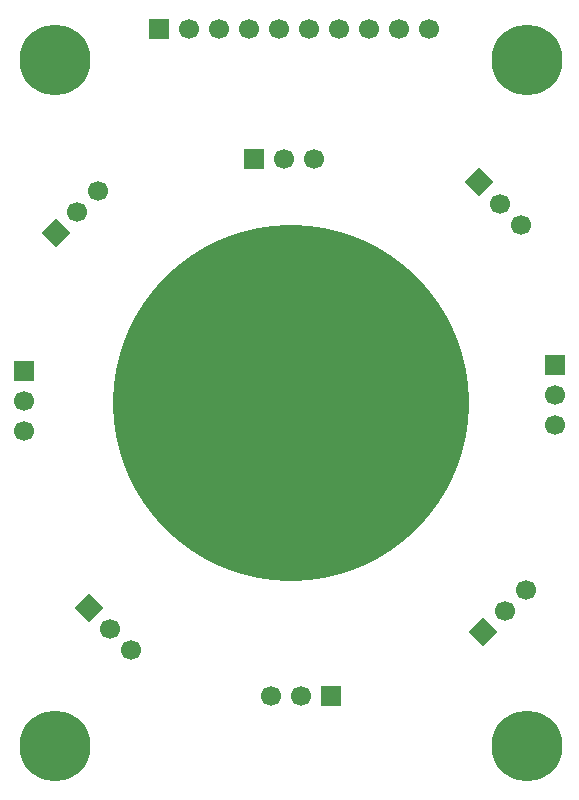
<source format=gbr>
%TF.GenerationSoftware,KiCad,Pcbnew,9.0.6*%
%TF.CreationDate,2026-01-15T18:02:00-06:00*%
%TF.ProjectId,shift,73686966-742e-46b6-9963-61645f706362,rev?*%
%TF.SameCoordinates,Original*%
%TF.FileFunction,Soldermask,Bot*%
%TF.FilePolarity,Negative*%
%FSLAX46Y46*%
G04 Gerber Fmt 4.6, Leading zero omitted, Abs format (unit mm)*
G04 Created by KiCad (PCBNEW 9.0.6) date 2026-01-15 18:02:00*
%MOMM*%
%LPD*%
G01*
G04 APERTURE LIST*
G04 Aperture macros list*
%AMRotRect*
0 Rectangle, with rotation*
0 The origin of the aperture is its center*
0 $1 length*
0 $2 width*
0 $3 Rotation angle, in degrees counterclockwise*
0 Add horizontal line*
21,1,$1,$2,0,0,$3*%
G04 Aperture macros list end*
%ADD10C,6.000000*%
%ADD11R,1.700000X1.700000*%
%ADD12C,1.700000*%
%ADD13RotRect,1.700000X1.700000X135.000000*%
%ADD14RotRect,1.700000X1.700000X45.000000*%
%ADD15C,30.148000*%
G04 APERTURE END LIST*
D10*
%TO.C,H3*%
X80620025Y-102670032D03*
%TD*%
%TO.C,H4*%
X40620025Y-102670032D03*
%TD*%
%TO.C,H2*%
X80620025Y-44670032D03*
%TD*%
%TO.C,H1*%
X40620025Y-44670032D03*
%TD*%
D11*
%TO.C,J2*%
X49460000Y-42000000D03*
D12*
X52000000Y-42000000D03*
X54540000Y-42000000D03*
X57080000Y-42000000D03*
X59620000Y-42000000D03*
X62160000Y-42000000D03*
X64700000Y-42000000D03*
X67240000Y-42000000D03*
X69780000Y-42000000D03*
X72320000Y-42000000D03*
%TD*%
D13*
%TO.C,HALL0*%
X40703949Y-59296051D03*
D12*
X42500000Y-57500000D03*
X44296051Y-55703949D03*
%TD*%
D11*
%TO.C,HALL7*%
X38000000Y-70960000D03*
D12*
X38000000Y-73500000D03*
X38000000Y-76040000D03*
%TD*%
D11*
%TO.C,HALL5*%
X64040000Y-98500000D03*
D12*
X61500000Y-98500000D03*
X58960000Y-98500000D03*
%TD*%
D13*
%TO.C,HALL4*%
X76907898Y-93092102D03*
D12*
X78703949Y-91296051D03*
X80500000Y-89500000D03*
%TD*%
D14*
%TO.C,HALL2*%
X76500000Y-55000000D03*
D12*
X78296051Y-56796051D03*
X80092102Y-58592102D03*
%TD*%
D14*
%TO.C,HALL6*%
X43500000Y-91000000D03*
D12*
X45296051Y-92796051D03*
X47092102Y-94592102D03*
%TD*%
D11*
%TO.C,HALL3*%
X83000000Y-70460000D03*
D12*
X83000000Y-73000000D03*
X83000000Y-75540000D03*
%TD*%
D11*
%TO.C,HALL1*%
X57460000Y-53000000D03*
D12*
X60000000Y-53000000D03*
X62540000Y-53000000D03*
%TD*%
D15*
%TO.C,H5*%
X60620025Y-73670032D03*
%TD*%
M02*

</source>
